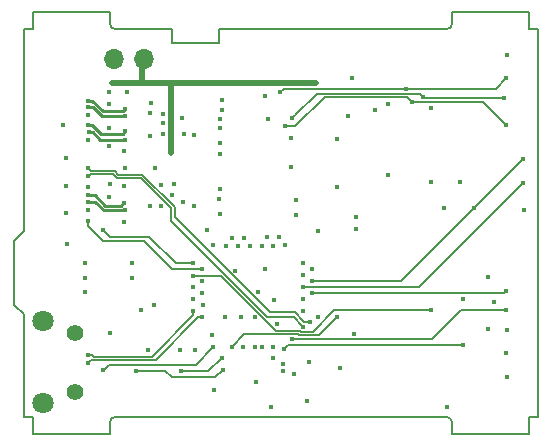
<source format=gbr>
%TF.GenerationSoftware,KiCad,Pcbnew,(5.1.4)-1*%
%TF.CreationDate,2019-12-19T18:18:08-07:00*%
%TF.ProjectId,mainboard,6d61696e-626f-4617-9264-2e6b69636164,rev?*%
%TF.SameCoordinates,Original*%
%TF.FileFunction,Copper,L2,Inr*%
%TF.FilePolarity,Positive*%
%FSLAX46Y46*%
G04 Gerber Fmt 4.6, Leading zero omitted, Abs format (unit mm)*
G04 Created by KiCad (PCBNEW (5.1.4)-1) date 2019-12-19 18:18:08*
%MOMM*%
%LPD*%
G04 APERTURE LIST*
%ADD10C,0.150000*%
%ADD11O,1.700000X1.700000*%
%ADD12C,1.408000*%
%ADD13C,1.800000*%
%ADD14C,0.450000*%
%ADD15C,0.152400*%
%ADD16C,0.508000*%
%ADD17C,0.250000*%
G04 APERTURE END LIST*
D10*
X120902460Y-74415942D02*
X120102459Y-74415941D01*
X85102460Y-74415941D02*
G75*
G02X84602460Y-73915941I0J500000D01*
G01*
X113602459Y-73915941D02*
G75*
G02X113102459Y-74415941I-500000J0D01*
G01*
X113102459Y-107215941D02*
G75*
G02X113602459Y-107715941I0J-500000D01*
G01*
X84602460Y-107715941D02*
G75*
G02X85102460Y-107215941I500000J0D01*
G01*
X77340460Y-91475941D02*
X76502460Y-92313941D01*
X77340460Y-98555940D02*
X76502460Y-97790000D01*
X120102460Y-72915941D02*
X113602460Y-72915941D01*
X113602459Y-107715941D02*
X113602460Y-108715941D01*
X85102460Y-107215941D02*
X113102459Y-107215941D01*
X84602460Y-108715941D02*
X84602460Y-107715941D01*
X113602460Y-108715941D02*
X120102459Y-108715940D01*
X113102459Y-74415941D02*
X93872460Y-74415941D01*
X113602460Y-72915941D02*
X113602459Y-73915941D01*
X78102460Y-72915941D02*
X78102460Y-74415941D01*
X93872460Y-74415941D02*
X93872460Y-75565000D01*
X93872460Y-75565000D02*
X89872460Y-75565000D01*
X78102460Y-74415941D02*
X77340460Y-74415941D01*
X77340460Y-74415941D02*
X77340460Y-91475941D01*
X120102460Y-107215940D02*
X120902460Y-107215940D01*
X120102459Y-74415941D02*
X120102460Y-72915941D01*
X89872460Y-75565000D02*
X89872460Y-74415941D01*
X84602460Y-72915941D02*
X78102460Y-72915941D01*
X84602460Y-73915941D02*
X84602460Y-72915941D01*
X89872460Y-74415941D02*
X85102460Y-74415941D01*
X76502460Y-92313941D02*
X76502460Y-97790000D01*
X120902460Y-107215940D02*
X120902460Y-74415942D01*
X78102460Y-107215940D02*
X78102460Y-108715940D01*
X120102459Y-108715940D02*
X120102460Y-107215940D01*
X77340460Y-98555940D02*
X77340460Y-107215940D01*
X78102460Y-108715940D02*
X84602460Y-108715941D01*
X77340460Y-107215940D02*
X78102460Y-107215940D01*
D11*
X87503000Y-76962000D03*
X84963000Y-76962000D03*
D12*
X81687300Y-100088700D03*
X81687300Y-105088700D03*
D13*
X78987300Y-99088700D03*
X78987300Y-106088700D03*
D14*
X98552000Y-97345500D03*
X98742500Y-99377500D03*
X96901000Y-98806000D03*
X95694500Y-98806000D03*
X94361000Y-98806000D03*
X90043000Y-87503000D03*
X90805000Y-89027000D03*
X89852500Y-88455500D03*
X90551000Y-101600000D03*
X91821000Y-101600000D03*
X88925400Y-89331800D03*
X88963500Y-87630000D03*
X90868500Y-83312000D03*
X89090500Y-82359500D03*
X89090500Y-81597500D03*
X89090500Y-83248500D03*
X90741500Y-81915000D03*
X84582000Y-79756000D03*
X93980000Y-82740500D03*
X84582000Y-84264500D03*
X113157000Y-106375200D03*
X82550000Y-95440500D03*
X103822500Y-87757000D03*
X97726500Y-94678500D03*
X97155000Y-96647000D03*
X95250000Y-94869000D03*
X119697500Y-89725500D03*
X118237000Y-76581000D03*
X88328500Y-97726500D03*
X84658200Y-100126800D03*
X93878400Y-88773000D03*
X114554000Y-97202210D03*
X100380800Y-88849200D03*
X100380800Y-90119200D03*
X102260400Y-91465400D03*
X105486200Y-90297000D03*
X105486200Y-91313000D03*
X92456010Y-98806000D03*
X82804014Y-102621513D03*
X91694000Y-98298000D03*
X82804000Y-101981000D03*
X98425000Y-101282506D03*
X86487000Y-94170500D03*
X98422460Y-102207060D03*
X86487000Y-95440500D03*
X98425000Y-92773500D03*
X118173500Y-78549500D03*
X116649500Y-95377000D03*
X99060000Y-79755984D03*
X118237000Y-103886000D03*
X109676362Y-79429379D03*
X98933000Y-92011500D03*
X118173500Y-82550000D03*
X117157500Y-97536000D03*
X110224690Y-80581500D03*
X99441000Y-82613500D03*
X118237000Y-99885496D03*
X99441000Y-92710000D03*
X116649500Y-99758500D03*
X111125000Y-80136986D03*
X100076000Y-81915000D03*
X117983000Y-80200500D03*
X118173500Y-101853990D03*
X96901000Y-101282500D03*
X97472500Y-92773500D03*
X100965000Y-97282000D03*
X101282500Y-105918000D03*
X93238320Y-100304600D03*
X97028000Y-104267000D03*
X93472000Y-104965488D03*
X91757500Y-89408000D03*
X86029456Y-79676658D03*
X82550000Y-94170500D03*
X87249000Y-98171000D03*
X105283000Y-100203000D03*
X80962500Y-92583000D03*
X80899000Y-89979500D03*
X100203000Y-103568500D03*
X80899006Y-87693500D03*
X80899000Y-85344000D03*
X87884000Y-101600000D03*
X97519590Y-101282500D03*
X112903000Y-89535000D03*
X101473000Y-102616000D03*
X98298000Y-106426000D03*
X100965000Y-98297998D03*
X114236500Y-87376000D03*
X80645000Y-82550000D03*
X104775000Y-81724500D03*
X107061000Y-81216500D03*
X108204000Y-80708500D03*
X108204000Y-86741000D03*
X91757500Y-83375500D03*
X95885000Y-101282500D03*
X99363750Y-101489357D03*
X114490500Y-101155500D03*
X82804000Y-81661000D03*
X84582000Y-82740500D03*
X94932500Y-101282500D03*
X103860600Y-98729800D03*
X101727008Y-96774000D03*
X118173500Y-96583500D03*
X94170500Y-103251000D03*
X86804506Y-103314500D03*
X82550000Y-96647000D03*
X94107000Y-102235000D03*
X90678000Y-103378000D03*
X84836000Y-78930506D03*
X99949000Y-83629500D03*
X102044504Y-78930500D03*
X89789000Y-84899500D03*
X89154000Y-78930500D03*
X92432267Y-94742000D03*
X82804000Y-90678000D03*
X99314000Y-102742990D03*
X82804000Y-86868000D03*
X100966697Y-99584812D03*
X91694000Y-94234000D03*
X84048600Y-91414600D03*
X99314000Y-103378000D03*
X82804000Y-86169500D03*
X101599996Y-99170710D03*
X91694000Y-96266000D03*
X84585924Y-87501373D03*
X91694000Y-97282000D03*
X82804000Y-87757000D03*
X97917000Y-92011500D03*
X97980500Y-82042000D03*
X96456500Y-92773500D03*
X97734479Y-80062489D03*
X94429956Y-92773893D03*
X93980000Y-84963000D03*
X94932500Y-92075000D03*
X93980000Y-84074000D03*
X95440500Y-92773500D03*
X94107000Y-81216500D03*
X95948500Y-92075000D03*
X94107000Y-80390996D03*
X84582000Y-88613490D03*
X93378020Y-92661740D03*
X92811592Y-91363800D03*
X92468946Y-97738216D03*
X93980000Y-90068400D03*
X100076000Y-100656621D03*
X118173500Y-98170998D03*
X104114600Y-103073200D03*
X102234994Y-98742500D03*
X100965000Y-94234000D03*
X105092500Y-78549500D03*
X101727000Y-94742000D03*
X103886000Y-83692999D03*
X100965000Y-96266000D03*
X119634000Y-87439500D03*
X101727000Y-95758000D03*
X119634000Y-85407500D03*
X115474750Y-89566750D03*
X92456000Y-96774000D03*
X88080216Y-80645000D03*
X88455500Y-86169500D03*
X92455988Y-95758000D03*
X85800000Y-84690000D03*
X85790000Y-90730000D03*
X93345000Y-101346010D03*
X84074000Y-103271320D03*
X82804000Y-89731013D03*
X85914447Y-81152697D03*
X82799602Y-80449005D03*
X82804000Y-81026000D03*
X85911406Y-81782581D03*
X85915500Y-83058000D03*
X82804000Y-82550000D03*
X85915500Y-83756500D03*
X82812548Y-83126949D03*
X85852000Y-89154000D03*
X82804000Y-88449987D03*
X85864170Y-89740335D03*
X82804000Y-89027000D03*
X85863655Y-86122290D03*
X84582000Y-80772000D03*
X82804000Y-83756500D03*
X100965000Y-95250000D03*
X99949000Y-86042500D03*
X88027290Y-83438998D03*
X88027290Y-81470500D03*
X88011000Y-89408000D03*
X85788500Y-87693496D03*
X91675689Y-95268311D03*
X111823500Y-81089500D03*
X111823504Y-98171000D03*
X111823500Y-87376000D03*
X93916500Y-81978500D03*
X93916500Y-87947500D03*
D15*
X92114000Y-98806000D02*
X92456010Y-98806000D01*
X83025527Y-102400000D02*
X88520000Y-102400000D01*
X88520000Y-102400000D02*
X92114000Y-98806000D01*
X82804014Y-102621513D02*
X83025527Y-102400000D01*
X83122198Y-101981000D02*
X83261787Y-102120589D01*
X82804000Y-101981000D02*
X83122198Y-101981000D01*
X83261787Y-102120589D02*
X88189609Y-102120589D01*
X88189609Y-102120589D02*
X91694000Y-98616198D01*
X91694000Y-98616198D02*
X91694000Y-98298000D01*
X98425000Y-101282506D02*
X98424994Y-101282506D01*
X99076306Y-79772290D02*
X99060000Y-79755984D01*
X117293621Y-79429379D02*
X109994560Y-79429379D01*
X109994560Y-79429379D02*
X109676362Y-79429379D01*
X99060000Y-79755984D02*
X99386605Y-79429379D01*
X109358164Y-79429379D02*
X109676362Y-79429379D01*
X99386605Y-79429379D02*
X109358164Y-79429379D01*
X118173500Y-78549500D02*
X117293621Y-79429379D01*
X100330000Y-82613500D02*
X99441000Y-82613500D01*
X109780190Y-80137000D02*
X102806500Y-80137000D01*
X110224690Y-80581500D02*
X109780190Y-80137000D01*
X102806500Y-80137000D02*
X100330000Y-82613500D01*
X116205000Y-80581500D02*
X118173500Y-82550000D01*
X110224690Y-80581500D02*
X116205000Y-80581500D01*
X111188514Y-80200500D02*
X117983000Y-80200500D01*
X111125000Y-80136986D02*
X111188514Y-80200500D01*
X100300999Y-81690001D02*
X100076000Y-81915000D01*
X110845604Y-79857590D02*
X102133410Y-79857590D01*
X102133410Y-79857590D02*
X100300999Y-81690001D01*
X111125000Y-80136986D02*
X110845604Y-79857590D01*
X99697607Y-101155500D02*
X114490500Y-101155500D01*
X99363750Y-101489357D02*
X99697607Y-101155500D01*
X100581412Y-100228411D02*
X100645425Y-100292424D01*
X95986589Y-100228411D02*
X100581412Y-100228411D01*
X100645425Y-100292424D02*
X102297976Y-100292424D01*
X94932500Y-101282500D02*
X95986589Y-100228411D01*
X102297976Y-100292424D02*
X103860600Y-98729800D01*
X102920800Y-96774000D02*
X101727008Y-96774000D01*
X118173500Y-96583500D02*
X117983000Y-96774000D01*
X117983000Y-96774000D02*
X102920800Y-96774000D01*
X93535500Y-103886000D02*
X94170500Y-103251000D01*
X89845000Y-103886000D02*
X93535500Y-103886000D01*
X86804506Y-103314500D02*
X89273500Y-103314500D01*
X89273500Y-103314500D02*
X89845000Y-103886000D01*
X94107000Y-102235000D02*
X94043500Y-102235000D01*
X94107000Y-102235000D02*
X92964000Y-103378000D01*
X92964000Y-103378000D02*
X90678000Y-103378000D01*
D16*
X87376000Y-78930500D02*
X87376000Y-76962000D01*
X90868506Y-78930506D02*
X93472006Y-78930506D01*
X93472012Y-78930500D02*
X102044500Y-78930500D01*
X93472006Y-78930506D02*
X93472012Y-78930500D01*
X89789000Y-78994000D02*
X89852500Y-78930500D01*
X89789000Y-84899500D02*
X89789000Y-78994000D01*
X89852500Y-78930500D02*
X90868506Y-78930506D01*
X84836000Y-78930506D02*
X89154000Y-78930500D01*
X89154000Y-78930500D02*
X89852500Y-78930500D01*
D15*
X82804000Y-91084400D02*
X82804000Y-90678000D01*
X84048600Y-92329000D02*
X82804000Y-91084400D01*
X87503000Y-92329000D02*
X84048600Y-92329000D01*
X92432267Y-94742000D02*
X89916000Y-94742000D01*
X89916000Y-94742000D02*
X87503000Y-92329000D01*
X100187885Y-98806000D02*
X100966697Y-99584812D01*
X89813113Y-90666735D02*
X97952378Y-98806000D01*
X89813113Y-89559113D02*
X89813113Y-90666735D01*
X87249000Y-86995000D02*
X89813113Y-89559113D01*
X85202854Y-86995000D02*
X87249000Y-86995000D01*
X82981800Y-86690200D02*
X84898054Y-86690200D01*
X97952378Y-98806000D02*
X100187885Y-98806000D01*
X82804000Y-86868000D02*
X82981800Y-86690200D01*
X84898054Y-86690200D02*
X85202854Y-86995000D01*
X84632800Y-91998800D02*
X84048600Y-91414600D01*
X87966550Y-91998800D02*
X84632800Y-91998800D01*
X91694000Y-94234000D02*
X90201750Y-94234000D01*
X90201750Y-94234000D02*
X87966550Y-91998800D01*
X101075710Y-99170710D02*
X101599996Y-99170710D01*
X98142047Y-98381901D02*
X100286901Y-98381901D01*
X90092524Y-90332378D02*
X98142047Y-98381901D01*
X87364736Y-86715590D02*
X90092524Y-89443378D01*
X85013790Y-86410790D02*
X85318589Y-86715589D01*
X100286901Y-98381901D02*
X101075710Y-99170710D01*
X82804000Y-86169500D02*
X83045289Y-86410789D01*
X83045289Y-86410789D02*
X85013790Y-86410790D01*
X85318589Y-86715589D02*
X87364736Y-86715590D01*
X90092524Y-89443378D02*
X90092524Y-90332378D01*
X111887000Y-100647500D02*
X114363502Y-98170998D01*
X114363502Y-98170998D02*
X118173500Y-98170998D01*
X100076000Y-100656621D02*
X100085121Y-100647500D01*
X100085121Y-100647500D02*
X111887000Y-100647500D01*
X110807500Y-96266000D02*
X100965000Y-96266000D01*
X119634000Y-87439500D02*
X110807500Y-96266000D01*
X119634000Y-85407500D02*
X115474750Y-89566750D01*
X109283500Y-95758000D02*
X101727000Y-95758000D01*
X115474750Y-89566750D02*
X109283500Y-95758000D01*
X84298999Y-103046321D02*
X84074000Y-103271320D01*
X84538820Y-102806500D02*
X84298999Y-103046321D01*
X93345000Y-101346010D02*
X91884510Y-102806500D01*
X91884510Y-102806500D02*
X84538820Y-102806500D01*
D17*
X85915197Y-81152697D02*
X85915500Y-81153000D01*
X85914447Y-81152697D02*
X85915197Y-81152697D01*
X85915500Y-81153000D02*
X85725000Y-81343500D01*
X85725000Y-81343500D02*
X84035674Y-81343500D01*
X84035674Y-81343500D02*
X83141179Y-80449005D01*
X83141179Y-80449005D02*
X82799602Y-80449005D01*
X83185000Y-81026000D02*
X83941581Y-81782581D01*
X82804000Y-81026000D02*
X83185000Y-81026000D01*
X83941581Y-81782581D02*
X85593208Y-81782581D01*
X85593208Y-81782581D02*
X85911406Y-81782581D01*
X83874224Y-83282999D02*
X85690501Y-83282999D01*
X85690501Y-83282999D02*
X85915500Y-83058000D01*
X82804000Y-82550000D02*
X83141225Y-82550000D01*
X83141225Y-82550000D02*
X83874224Y-83282999D01*
X83814551Y-83756500D02*
X85915500Y-83756500D01*
X82812548Y-83126949D02*
X83185000Y-83126949D01*
X83185000Y-83126949D02*
X83814551Y-83756500D01*
X84226174Y-89344500D02*
X85534500Y-89344500D01*
X85534500Y-89344500D02*
X85725000Y-89154000D01*
X85725000Y-89154000D02*
X85852000Y-89154000D01*
X82804000Y-88449987D02*
X83331661Y-88449987D01*
X83331661Y-88449987D02*
X84226174Y-89344500D01*
X84088835Y-89740335D02*
X85864170Y-89740335D01*
X83375500Y-89027000D02*
X84088835Y-89740335D01*
X82804000Y-89027000D02*
X83375500Y-89027000D01*
D15*
X98679000Y-99949000D02*
X93998311Y-95268311D01*
X103632000Y-98171000D02*
X101789987Y-100013013D01*
X101789987Y-100013013D02*
X100761160Y-100013013D01*
X111823504Y-98171000D02*
X103632000Y-98171000D01*
X100761160Y-100013013D02*
X100697147Y-99949000D01*
X93998311Y-95268311D02*
X91675689Y-95268311D01*
X100697147Y-99949000D02*
X98679000Y-99949000D01*
M02*

</source>
